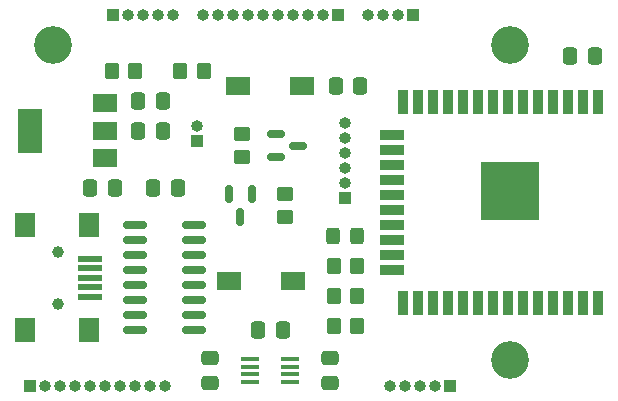
<source format=gbr>
G04 #@! TF.GenerationSoftware,KiCad,Pcbnew,(6.0.0)*
G04 #@! TF.CreationDate,2022-03-08T09:11:22+00:00*
G04 #@! TF.ProjectId,ISOpowerWiFi_PCB,49534f70-6f77-4657-9257-6946695f5043,rev?*
G04 #@! TF.SameCoordinates,Original*
G04 #@! TF.FileFunction,Soldermask,Top*
G04 #@! TF.FilePolarity,Negative*
%FSLAX46Y46*%
G04 Gerber Fmt 4.6, Leading zero omitted, Abs format (unit mm)*
G04 Created by KiCad (PCBNEW (6.0.0)) date 2022-03-08 09:11:22*
%MOMM*%
%LPD*%
G01*
G04 APERTURE LIST*
G04 Aperture macros list*
%AMRoundRect*
0 Rectangle with rounded corners*
0 $1 Rounding radius*
0 $2 $3 $4 $5 $6 $7 $8 $9 X,Y pos of 4 corners*
0 Add a 4 corners polygon primitive as box body*
4,1,4,$2,$3,$4,$5,$6,$7,$8,$9,$2,$3,0*
0 Add four circle primitives for the rounded corners*
1,1,$1+$1,$2,$3*
1,1,$1+$1,$4,$5*
1,1,$1+$1,$6,$7*
1,1,$1+$1,$8,$9*
0 Add four rect primitives between the rounded corners*
20,1,$1+$1,$2,$3,$4,$5,0*
20,1,$1+$1,$4,$5,$6,$7,0*
20,1,$1+$1,$6,$7,$8,$9,0*
20,1,$1+$1,$8,$9,$2,$3,0*%
G04 Aperture macros list end*
%ADD10R,1.000000X1.000000*%
%ADD11O,1.000000X1.000000*%
%ADD12C,3.200000*%
%ADD13R,2.000000X1.600000*%
%ADD14C,1.000000*%
%ADD15R,2.000000X0.500000*%
%ADD16R,1.700000X2.000000*%
%ADD17R,0.900000X2.000000*%
%ADD18R,2.000000X0.900000*%
%ADD19R,5.000000X5.000000*%
%ADD20RoundRect,0.250000X-0.325000X-0.450000X0.325000X-0.450000X0.325000X0.450000X-0.325000X0.450000X0*%
%ADD21R,1.600000X0.300000*%
%ADD22RoundRect,0.250000X0.337500X0.475000X-0.337500X0.475000X-0.337500X-0.475000X0.337500X-0.475000X0*%
%ADD23RoundRect,0.250000X-0.350000X-0.450000X0.350000X-0.450000X0.350000X0.450000X-0.350000X0.450000X0*%
%ADD24RoundRect,0.150000X-0.825000X-0.150000X0.825000X-0.150000X0.825000X0.150000X-0.825000X0.150000X0*%
%ADD25RoundRect,0.250000X0.350000X0.450000X-0.350000X0.450000X-0.350000X-0.450000X0.350000X-0.450000X0*%
%ADD26RoundRect,0.250000X-0.337500X-0.475000X0.337500X-0.475000X0.337500X0.475000X-0.337500X0.475000X0*%
%ADD27RoundRect,0.250000X0.475000X-0.337500X0.475000X0.337500X-0.475000X0.337500X-0.475000X-0.337500X0*%
%ADD28RoundRect,0.250000X-0.475000X0.337500X-0.475000X-0.337500X0.475000X-0.337500X0.475000X0.337500X0*%
%ADD29RoundRect,0.150000X-0.587500X-0.150000X0.587500X-0.150000X0.587500X0.150000X-0.587500X0.150000X0*%
%ADD30R,2.000000X1.500000*%
%ADD31R,2.000000X3.800000*%
%ADD32RoundRect,0.150000X-0.150000X0.587500X-0.150000X-0.587500X0.150000X-0.587500X0.150000X0.587500X0*%
%ADD33RoundRect,0.250000X-0.450000X0.350000X-0.450000X-0.350000X0.450000X-0.350000X0.450000X0.350000X0*%
%ADD34RoundRect,0.250000X0.450000X-0.350000X0.450000X0.350000X-0.450000X0.350000X-0.450000X-0.350000X0*%
G04 APERTURE END LIST*
D10*
G04 #@! TO.C,J2*
X160538000Y-108359043D03*
D11*
X159268000Y-108359043D03*
X157998000Y-108359043D03*
X156728000Y-108359043D03*
X155458000Y-108359043D03*
G04 #@! TD*
D12*
G04 #@! TO.C,H10*
X165608000Y-106221543D03*
G04 #@! TD*
D13*
G04 #@! TO.C,SW2*
X147193000Y-99469043D03*
X141793000Y-99469043D03*
G04 #@! TD*
D14*
G04 #@! TO.C,J20*
X127348000Y-101436543D03*
X127348000Y-97036543D03*
D15*
X130048000Y-97636543D03*
X130048000Y-98436543D03*
X130048000Y-99236543D03*
X130048000Y-100036543D03*
X130048000Y-100836543D03*
D16*
X129948000Y-103686543D03*
X124498000Y-94786543D03*
X124498000Y-103686543D03*
X129948000Y-94786543D03*
G04 #@! TD*
D17*
G04 #@! TO.C,U1*
X173058000Y-84386543D03*
X171788000Y-84386543D03*
X170518000Y-84386543D03*
X169248000Y-84386543D03*
X167978000Y-84386543D03*
X166708000Y-84386543D03*
X165438000Y-84386543D03*
X164168000Y-84386543D03*
X162898000Y-84386543D03*
X161628000Y-84386543D03*
X160358000Y-84386543D03*
X159088000Y-84386543D03*
X157818000Y-84386543D03*
X156548000Y-84386543D03*
D18*
X155548000Y-87171543D03*
X155548000Y-88441543D03*
X155548000Y-89711543D03*
X155548000Y-90981543D03*
X155548000Y-92251543D03*
X155548000Y-93521543D03*
X155548000Y-94791543D03*
X155548000Y-96061543D03*
X155548000Y-97331543D03*
X155548000Y-98601543D03*
D17*
X156548000Y-101386543D03*
X157818000Y-101386543D03*
X159088000Y-101386543D03*
X160358000Y-101386543D03*
X161628000Y-101386543D03*
X162898000Y-101386543D03*
X164168000Y-101386543D03*
X165438000Y-101386543D03*
X166708000Y-101386543D03*
X167978000Y-101386543D03*
X169248000Y-101386543D03*
X170518000Y-101386543D03*
X171788000Y-101386543D03*
X173058000Y-101386543D03*
D19*
X165558000Y-91886543D03*
G04 #@! TD*
D20*
G04 #@! TO.C,D9*
X150613000Y-95659043D03*
X152663000Y-95659043D03*
G04 #@! TD*
D21*
G04 #@! TO.C,U13*
X143588000Y-106114043D03*
X143588000Y-106764043D03*
X143588000Y-107414043D03*
X143588000Y-108064043D03*
X146988000Y-108064043D03*
X146988000Y-107414043D03*
X146988000Y-106764043D03*
X146988000Y-106114043D03*
G04 #@! TD*
D22*
G04 #@! TO.C,C29*
X132123000Y-91616543D03*
X130048000Y-91616543D03*
G04 #@! TD*
D23*
G04 #@! TO.C,R24*
X150638000Y-103279043D03*
X152638000Y-103279043D03*
G04 #@! TD*
D13*
G04 #@! TO.C,SW3*
X147988000Y-82959043D03*
X142588000Y-82959043D03*
G04 #@! TD*
D10*
G04 #@! TO.C,J7*
X131943000Y-77011543D03*
D11*
X133213000Y-77011543D03*
X134483000Y-77011543D03*
X135753000Y-77011543D03*
X137023000Y-77011543D03*
G04 #@! TD*
D22*
G04 #@! TO.C,C27*
X146325500Y-103681543D03*
X144250500Y-103681543D03*
G04 #@! TD*
D24*
G04 #@! TO.C,U14*
X133858000Y-94791543D03*
X133858000Y-96061543D03*
X133858000Y-97331543D03*
X133858000Y-98601543D03*
X133858000Y-99871543D03*
X133858000Y-101141543D03*
X133858000Y-102411543D03*
X133858000Y-103681543D03*
X138808000Y-103681543D03*
X138808000Y-102411543D03*
X138808000Y-101141543D03*
X138808000Y-99871543D03*
X138808000Y-98601543D03*
X138808000Y-97331543D03*
X138808000Y-96061543D03*
X138808000Y-94791543D03*
G04 #@! TD*
D25*
G04 #@! TO.C,R2*
X139668000Y-81689043D03*
X137668000Y-81689043D03*
G04 #@! TD*
D26*
G04 #@! TO.C,C2*
X134090500Y-84229043D03*
X136165500Y-84229043D03*
G04 #@! TD*
D12*
G04 #@! TO.C,H5*
X165608000Y-79551543D03*
G04 #@! TD*
D10*
G04 #@! TO.C,J3*
X157353000Y-77011543D03*
D11*
X156083000Y-77011543D03*
X154813000Y-77011543D03*
X153543000Y-77011543D03*
G04 #@! TD*
D26*
G04 #@! TO.C,C3*
X170688000Y-80419043D03*
X172763000Y-80419043D03*
G04 #@! TD*
G04 #@! TO.C,C1*
X150833000Y-82959043D03*
X152908000Y-82959043D03*
G04 #@! TD*
D27*
G04 #@! TO.C,C26*
X140208000Y-108126543D03*
X140208000Y-106051543D03*
G04 #@! TD*
D23*
G04 #@! TO.C,R29*
X150638000Y-100739043D03*
X152638000Y-100739043D03*
G04 #@! TD*
D22*
G04 #@! TO.C,C28*
X137435500Y-91616543D03*
X135360500Y-91616543D03*
G04 #@! TD*
D28*
G04 #@! TO.C,C6*
X150368000Y-106051543D03*
X150368000Y-108126543D03*
G04 #@! TD*
D29*
G04 #@! TO.C,Q20*
X145747500Y-87089043D03*
X145747500Y-88989043D03*
X147622500Y-88039043D03*
G04 #@! TD*
D30*
G04 #@! TO.C,U2*
X131268000Y-89069043D03*
X131268000Y-86769043D03*
D31*
X124968000Y-86769043D03*
D30*
X131268000Y-84469043D03*
G04 #@! TD*
D10*
G04 #@! TO.C,J5*
X151003000Y-77011543D03*
D11*
X149733000Y-77011543D03*
X148463000Y-77011543D03*
X147193000Y-77011543D03*
X145923000Y-77011543D03*
X144653000Y-77011543D03*
X143383000Y-77011543D03*
X142113000Y-77011543D03*
X140843000Y-77011543D03*
X139573000Y-77011543D03*
G04 #@! TD*
D26*
G04 #@! TO.C,C5*
X134090500Y-86769043D03*
X136165500Y-86769043D03*
G04 #@! TD*
D32*
G04 #@! TO.C,Q19*
X143698000Y-92181543D03*
X141798000Y-92181543D03*
X142748000Y-94056543D03*
G04 #@! TD*
D10*
G04 #@! TO.C,J1*
X139065000Y-87630000D03*
D11*
X139065000Y-86360000D03*
G04 #@! TD*
D10*
G04 #@! TO.C,J4*
X151638000Y-92484043D03*
D11*
X151638000Y-91214043D03*
X151638000Y-89944043D03*
X151638000Y-88674043D03*
X151638000Y-87404043D03*
X151638000Y-86134043D03*
G04 #@! TD*
D12*
G04 #@! TO.C,H6*
X126873000Y-79551543D03*
G04 #@! TD*
D33*
G04 #@! TO.C,R25*
X146558000Y-92119043D03*
X146558000Y-94119043D03*
G04 #@! TD*
D34*
G04 #@! TO.C,R26*
X142875000Y-89039043D03*
X142875000Y-87039043D03*
G04 #@! TD*
D23*
G04 #@! TO.C,R30*
X150638000Y-98199043D03*
X152638000Y-98199043D03*
G04 #@! TD*
G04 #@! TO.C,R3*
X131858000Y-81689043D03*
X133858000Y-81689043D03*
G04 #@! TD*
D10*
G04 #@! TO.C,J19*
X124968000Y-108359043D03*
D11*
X126238000Y-108359043D03*
X127508000Y-108359043D03*
X128778000Y-108359043D03*
X130048000Y-108359043D03*
X131318000Y-108359043D03*
X132588000Y-108359043D03*
X133858000Y-108359043D03*
X135128000Y-108359043D03*
X136398000Y-108359043D03*
G04 #@! TD*
M02*

</source>
